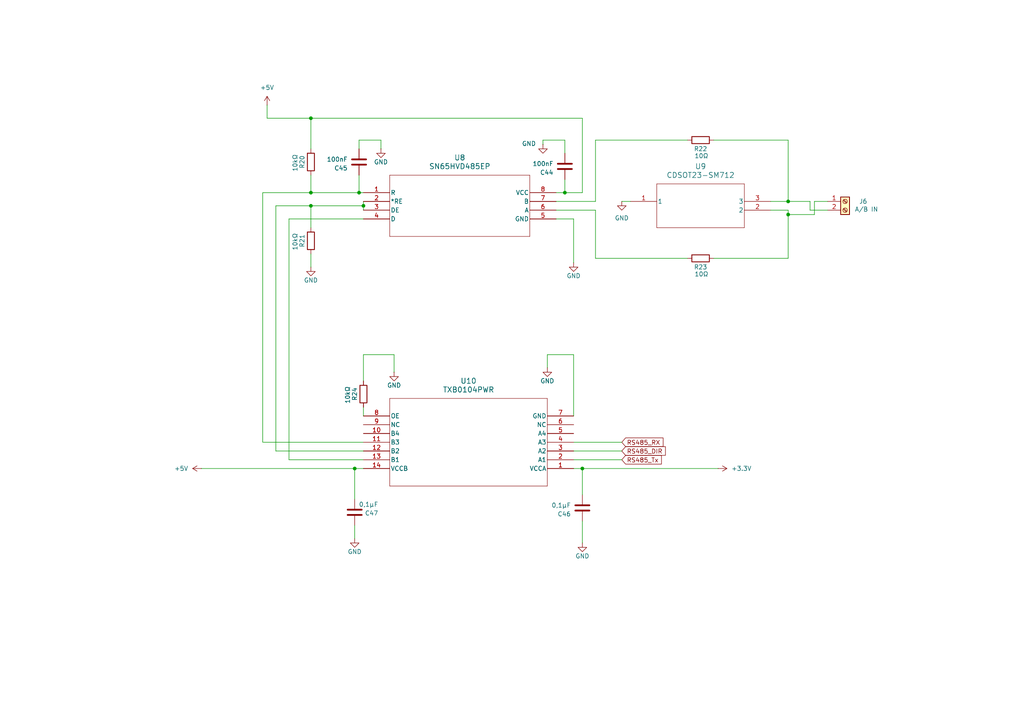
<source format=kicad_sch>
(kicad_sch (version 20231120) (generator "eeschema") (generator_version "8.0")
  (paper "A4")
  (lib_symbols
    (symbol "CDSOT23-SM712:CDSOT23-SM712" (pin_names (offset 0.254))
      (property "Reference" "U" (at 20.32 10.16 0))
      (property "Value" "CDSOT23-SM712" (at 20.32 7.62 0))
      (symbol "CDSOT23-SM712_0_1"
        (polyline (pts (xy 7.62 -7.62) (xy 33.02 -7.62)) (stroke (width 0.127)))
        (polyline (pts (xy 7.62 5.08) (xy 7.62 -7.62)) (stroke (width 0.127)))
        (polyline (pts (xy 33.02 -7.62) (xy 33.02 5.08)) (stroke (width 0.127)))
        (polyline (pts (xy 33.02 5.08) (xy 7.62 5.08)) (stroke (width 0.127)))
        (pin unspecified line (at 0 0 0) (length 7.62) (name "1") (number "1"))
        (pin unspecified line (at 40.64 -2.54 180) (length 7.62) (name "2") (number "2"))
        (pin unspecified line (at 40.64 0 180) (length 7.62) (name "3") (number "3"))
      )
    )
    (symbol "Connector:Screw_Terminal_01x02" (pin_names (offset 1.016) hide)
      (property "Reference" "J" (at 0 2.54 0))
      (property "Value" "Screw_Terminal_01x02" (at 0 -5.08 0))
      (symbol "Screw_Terminal_01x02_1_1"
        (rectangle (start -1.27 1.27) (end 1.27 -3.81) (stroke (width 0.254)) (fill (type background)))
        (circle (center 0 -2.54) (radius 0.635) (stroke (width 0.1524)))
        (polyline (pts (xy -0.5334 -2.2098) (xy 0.3302 -3.048)) (stroke (width 0.1524)))
        (polyline (pts (xy -0.5334 0.3302) (xy 0.3302 -0.508)) (stroke (width 0.1524)))
        (polyline (pts (xy -0.3556 -2.032) (xy 0.508 -2.8702)) (stroke (width 0.1524)))
        (polyline (pts (xy -0.3556 0.508) (xy 0.508 -0.3302)) (stroke (width 0.1524)))
        (circle (center 0 0) (radius 0.635) (stroke (width 0.1524)))
        (pin passive line (at -5.08 0 0) (length 3.81) (name "Pin_1") (number "1"))
        (pin passive line (at -5.08 -2.54 0) (length 3.81) (name "Pin_2") (number "2"))
      )
    )
    (symbol "Device:C" (pin_numbers hide) (pin_names (offset 0.254))
      (property "Reference" "C" (at 0.635 2.54 0))
      (property "Value" "C" (at 0.635 -2.54 0))
      (symbol "C_0_1"
        (polyline (pts (xy -2.032 -0.762) (xy 2.032 -0.762)) (stroke (width 0.508)))
        (polyline (pts (xy -2.032 0.762) (xy 2.032 0.762)) (stroke (width 0.508)))
      )
      (symbol "C_1_1"
        (pin passive line (at 0 3.81 270) (length 2.794) (name "~") (number "1"))
        (pin passive line (at 0 -3.81 90) (length 2.794) (name "~") (number "2"))
      )
    )
    (symbol "Device:R" (pin_numbers hide) (pin_names (offset 0))
      (property "Reference" "R" (at 2.032 0 90))
      (property "Value" "R" (at 0 0 90))
      (symbol "R_0_1"
        (rectangle (start -1.016 -2.54) (end 1.016 2.54) (stroke (width 0.254)))
      )
      (symbol "R_1_1"
        (pin passive line (at 0 3.81 270) (length 1.27) (name "~") (number "1"))
        (pin passive line (at 0 -3.81 90) (length 1.27) (name "~") (number "2"))
      )
    )
    (symbol "SN65HVD485EP:SN65HVD485EP" (pin_names (offset 0.254))
      (property "Reference" "U" (at 27.94 10.16 0))
      (property "Value" "SN65HVD485EP" (at 27.94 7.62 0))
      (symbol "SN65HVD485EP_0_1"
        (polyline (pts (xy 7.62 -12.7) (xy 48.26 -12.7)) (stroke (width 0.127)))
        (polyline (pts (xy 7.62 5.08) (xy 7.62 -12.7)) (stroke (width 0.127)))
        (polyline (pts (xy 48.26 -12.7) (xy 48.26 5.08)) (stroke (width 0.127)))
        (polyline (pts (xy 48.26 5.08) (xy 7.62 5.08)) (stroke (width 0.127)))
        (pin output line (at 0 0 0) (length 7.62) (name "R") (number "1"))
        (pin unspecified line (at 0 -2.54 0) (length 7.62) (name "*RE") (number "2"))
        (pin unspecified line (at 0 -5.08 0) (length 7.62) (name "DE") (number "3"))
        (pin input line (at 0 -7.62 0) (length 7.62) (name "D") (number "4"))
        (pin power_in line (at 55.88 -7.62 180) (length 7.62) (name "GND") (number "5"))
        (pin output line (at 55.88 -5.08 180) (length 7.62) (name "A") (number "6"))
        (pin output line (at 55.88 -2.54 180) (length 7.62) (name "B") (number "7"))
        (pin power_in line (at 55.88 0 180) (length 7.62) (name "VCC") (number "8"))
      )
    )
    (symbol "TXB0104PWR:TXB0104PWR" (pin_names (offset 0.254))
      (property "Reference" "U" (at 30.48 10.16 0))
      (property "Value" "TXB0104PWR" (at 30.48 7.62 0))
      (symbol "TXB0104PWR_0_1"
        (polyline (pts (xy 7.62 -20.32) (xy 53.34 -20.32)) (stroke (width 0.127)))
        (polyline (pts (xy 7.62 5.08) (xy 7.62 -20.32)) (stroke (width 0.127)))
        (polyline (pts (xy 53.34 -20.32) (xy 53.34 5.08)) (stroke (width 0.127)))
        (polyline (pts (xy 53.34 5.08) (xy 7.62 5.08)) (stroke (width 0.127)))
        (pin power_in line (at 0 0 0) (length 7.62) (name "VCCA") (number "1"))
        (pin bidirectional line (at 60.96 -10.16 180) (length 7.62) (name "B4") (number "10"))
        (pin bidirectional line (at 60.96 -7.62 180) (length 7.62) (name "B3") (number "11"))
        (pin bidirectional line (at 60.96 -5.08 180) (length 7.62) (name "B2") (number "12"))
        (pin bidirectional line (at 60.96 -2.54 180) (length 7.62) (name "B1") (number "13"))
        (pin power_in line (at 60.96 0 180) (length 7.62) (name "VCCB") (number "14"))
        (pin bidirectional line (at 0 -2.54 0) (length 7.62) (name "A1") (number "2"))
        (pin bidirectional line (at 0 -5.08 0) (length 7.62) (name "A2") (number "3"))
        (pin bidirectional line (at 0 -7.62 0) (length 7.62) (name "A3") (number "4"))
        (pin bidirectional line (at 0 -10.16 0) (length 7.62) (name "A4") (number "5"))
        (pin unspecified line (at 0 -12.7 0) (length 7.62) (name "NC") (number "6"))
        (pin power_in line (at 0 -15.24 0) (length 7.62) (name "GND") (number "7"))
        (pin output line (at 60.96 -15.24 180) (length 7.62) (name "OE") (number "8"))
        (pin unspecified line (at 60.96 -12.7 180) (length 7.62) (name "NC") (number "9"))
      )
    )
    (symbol "power:+3.3V" (power) (pin_numbers hide) (pin_names (offset 0) hide)
      (property "Value" "+3.3V" (at 0 3.556 0))
      (symbol "+3.3V_0_1"
        (polyline (pts (xy -0.762 1.27) (xy 0 2.54)))
        (polyline (pts (xy 0 0) (xy 0 2.54)))
        (polyline (pts (xy 0 2.54) (xy 0.762 1.27)))
      )
      (symbol "+3.3V_1_1"
        (pin power_in line (at 0 0 90) (length 0) (name "~") (number "1"))
      )
    )
    (symbol "power:+5V" (power) (pin_numbers hide) (pin_names (offset 0) hide)
      (property "Value" "+5V" (at 0 3.556 0))
      (symbol "+5V_0_1"
        (polyline (pts (xy -0.762 1.27) (xy 0 2.54)))
        (polyline (pts (xy 0 0) (xy 0 2.54)))
        (polyline (pts (xy 0 2.54) (xy 0.762 1.27)))
      )
      (symbol "+5V_1_1"
        (pin power_in line (at 0 0 90) (length 0) (name "~") (number "1"))
      )
    )
    (symbol "power:GND" (power) (pin_numbers hide) (pin_names (offset 0) hide)
      (property "Value" "GND" (at 0 -3.81 0))
      (symbol "GND_0_1"
        (polyline (pts (xy 0 0) (xy 0 -1.27) (xy 1.27 -1.27) (xy 0 -2.54) (xy -1.27 -1.27) (xy 0 -1.27)))
      )
      (symbol "GND_1_1"
        (pin power_in line (at 0 0 270) (length 0) (name "~") (number "1"))
      )
    )
  )
  (junction (at 90.17 34.29))
  (junction (at 104.14 55.88))
  (junction (at 228.6 58.42))
  (junction (at 90.17 55.88))
  (junction (at 102.87 135.89))
  (junction (at 228.6 62.23))
  (junction (at 90.17 59.69))
  (junction (at 163.83 55.88))
  (junction (at 168.91 135.89))
  (junction (at 105.41 59.69))
  (wire (pts (xy 172.72 40.64) (xy 199.39 40.64)))
  (wire (pts (xy 158.75 102.87) (xy 166.37 102.87)))
  (wire (pts (xy 166.37 130.81) (xy 180.34 130.81)))
  (wire (pts (xy 234.95 60.96) (xy 234.95 58.42)))
  (wire (pts (xy 168.91 55.88) (xy 168.91 34.29)))
  (wire (pts (xy 90.17 59.69) (xy 105.41 59.69)))
  (wire (pts (xy 168.91 135.89) (xy 168.91 143.51)))
  (wire (pts (xy 90.17 73.66) (xy 90.17 77.47)))
  (wire (pts (xy 105.41 59.69) (xy 105.41 60.96)))
  (wire (pts (xy 161.29 60.96) (xy 172.72 60.96)))
  (wire (pts (xy 105.41 102.87) (xy 114.3 102.87)))
  (wire (pts (xy 168.91 151.13) (xy 168.91 157.48)))
  (wire (pts (xy 166.37 102.87) (xy 166.37 120.65)))
  (wire (pts (xy 236.22 58.42) (xy 236.22 62.23)))
  (wire (pts (xy 80.01 130.81) (xy 105.41 130.81)))
  (wire (pts (xy 228.6 58.42) (xy 228.6 40.64)))
  (wire (pts (xy 77.47 34.29) (xy 90.17 34.29)))
  (wire (pts (xy 105.41 120.65) (xy 105.41 118.11)))
  (wire (pts (xy 83.82 133.35) (xy 105.41 133.35)))
  (wire (pts (xy 58.42 135.89) (xy 102.87 135.89)))
  (wire (pts (xy 172.72 60.96) (xy 172.72 74.93)))
  (wire (pts (xy 102.87 152.4) (xy 102.87 156.21)))
  (wire (pts (xy 166.37 128.27) (xy 180.34 128.27)))
  (wire (pts (xy 105.41 58.42) (xy 105.41 59.69)))
  (wire (pts (xy 234.95 58.42) (xy 228.6 58.42)))
  (wire (pts (xy 163.83 40.64) (xy 157.48 40.64)))
  (wire (pts (xy 104.14 50.8) (xy 104.14 55.88)))
  (wire (pts (xy 90.17 59.69) (xy 90.17 66.04)))
  (wire (pts (xy 228.6 40.64) (xy 207.01 40.64)))
  (wire (pts (xy 83.82 63.5) (xy 83.82 133.35)))
  (wire (pts (xy 114.3 102.87) (xy 114.3 107.95)))
  (wire (pts (xy 161.29 63.5) (xy 166.37 63.5)))
  (wire (pts (xy 172.72 58.42) (xy 172.72 40.64)))
  (wire (pts (xy 166.37 135.89) (xy 168.91 135.89)))
  (wire (pts (xy 223.52 58.42) (xy 228.6 58.42)))
  (wire (pts (xy 90.17 34.29) (xy 168.91 34.29)))
  (wire (pts (xy 163.83 52.07) (xy 163.83 55.88)))
  (wire (pts (xy 228.6 62.23) (xy 228.6 60.96)))
  (wire (pts (xy 163.83 44.45) (xy 163.83 40.64)))
  (wire (pts (xy 207.01 74.93) (xy 228.6 74.93)))
  (wire (pts (xy 90.17 34.29) (xy 90.17 43.18)))
  (wire (pts (xy 158.75 102.87) (xy 158.75 106.68)))
  (wire (pts (xy 102.87 135.89) (xy 105.41 135.89)))
  (wire (pts (xy 228.6 62.23) (xy 236.22 62.23)))
  (wire (pts (xy 157.48 40.64) (xy 157.48 41.91)))
  (wire (pts (xy 76.2 55.88) (xy 76.2 128.27)))
  (wire (pts (xy 166.37 63.5) (xy 166.37 76.2)))
  (wire (pts (xy 180.34 58.42) (xy 182.88 58.42)))
  (wire (pts (xy 166.37 133.35) (xy 180.34 133.35)))
  (wire (pts (xy 172.72 74.93) (xy 199.39 74.93)))
  (wire (pts (xy 240.03 58.42) (xy 236.22 58.42)))
  (wire (pts (xy 80.01 59.69) (xy 80.01 130.81)))
  (wire (pts (xy 105.41 110.49) (xy 105.41 102.87)))
  (wire (pts (xy 228.6 60.96) (xy 223.52 60.96)))
  (wire (pts (xy 228.6 74.93) (xy 228.6 62.23)))
  (wire (pts (xy 76.2 55.88) (xy 90.17 55.88)))
  (wire (pts (xy 77.47 34.29) (xy 77.47 30.48)))
  (wire (pts (xy 102.87 144.78) (xy 102.87 135.89)))
  (wire (pts (xy 83.82 63.5) (xy 105.41 63.5)))
  (wire (pts (xy 161.29 58.42) (xy 172.72 58.42)))
  (wire (pts (xy 163.83 55.88) (xy 168.91 55.88)))
  (wire (pts (xy 104.14 43.18) (xy 104.14 40.64)))
  (wire (pts (xy 110.49 40.64) (xy 110.49 43.18)))
  (wire (pts (xy 104.14 55.88) (xy 105.41 55.88)))
  (wire (pts (xy 90.17 55.88) (xy 104.14 55.88)))
  (wire (pts (xy 240.03 60.96) (xy 234.95 60.96)))
  (wire (pts (xy 161.29 55.88) (xy 163.83 55.88)))
  (wire (pts (xy 90.17 50.8) (xy 90.17 55.88)))
  (wire (pts (xy 76.2 128.27) (xy 105.41 128.27)))
  (wire (pts (xy 80.01 59.69) (xy 90.17 59.69)))
  (wire (pts (xy 104.14 40.64) (xy 110.49 40.64)))
  (wire (pts (xy 168.91 135.89) (xy 208.28 135.89)))
  (global_label "RS485_RX" (shape input) (at 180.34 128.27 0) (property "Intersheetrefs" "${INTERSHEET_REFS}" (effects (hide yes))))
  (global_label "RS485_DIR" (shape input) (at 180.34 130.81 0) (property "Intersheetrefs" "${INTERSHEET_REFS}" (effects (hide yes))))
  (global_label "RS485_Tx" (shape input) (at 180.34 133.35 0) (property "Intersheetrefs" "${INTERSHEET_REFS}" (effects (hide yes))))
  (symbol (lib_id "power:GND") (at 168.91 157.48 0) (unit 1)
    (property "Reference" "#PWR068" (effects (hide yes)))
    (property "Value" "GND" (at 168.91 161.29 0))
    (property "Description" "Power symbol creates a global label with name \"GND\" , ground" (effects (hide yes)))
  )
  (symbol (lib_id "power:GND") (at 102.87 156.21 0) (unit 1)
    (property "Reference" "#PWR069" (effects (hide yes)))
    (property "Value" "GND" (at 102.87 160.02 0))
    (property "Description" "Power symbol creates a global label with name \"GND\" , ground" (effects (hide yes)))
  )
  (symbol (lib_id "SN65HVD485EP:SN65HVD485EP") (at 105.41 55.88 0) (unit 1)
    (property "Reference" "U8" (at 133.35 45.72 0) (effects (font (size 1.524 1.524))))
    (property "Value" "SN65HVD485EP" (at 133.35 48.26 0) (effects (font (size 1.524 1.524))))
    (property "Footprint" "SN65HVD485EP:P8" (effects (hide yes)))
    (property "Datasheet" "SN65HVD485EP" (effects (hide yes)))
  )
  (symbol (lib_id "Device:C") (at 163.83 48.26 180) (unit 1)
    (property "Reference" "C44" (at 160.528 50.038 0) (effects (justify left)))
    (property "Value" "100nF" (at 160.528 47.498 0) (effects (justify left)))
    (property "Footprint" "Capacitor_SMD:C_0805_2012Metric_Pad1.18x1.45mm_HandSolder" (effects (hide yes)))
    (property "Description" "Unpolarized capacitor" (effects (hide yes)))
  )
  (symbol (lib_id "Device:R") (at 90.17 69.85 180) (unit 1)
    (property "Reference" "R21" (at 87.63 69.85 90))
    (property "Value" "10kΩ" (at 85.598 70.104 90))
    (property "Footprint" "Resistor_SMD:R_0805_2012Metric_Pad1.20x1.40mm_HandSolder" (effects (hide yes)))
    (property "Description" "Resistor" (effects (hide yes)))
  )
  (symbol (lib_id "Device:R") (at 203.2 40.64 270) (unit 1)
    (property "Reference" "R22" (at 203.2 43.18 90))
    (property "Value" "10Ω" (at 203.454 45.212 90))
    (property "Footprint" "Resistor_SMD:R_0805_2012Metric_Pad1.20x1.40mm_HandSolder" (effects (hide yes)))
    (property "Description" "Resistor" (effects (hide yes)))
  )
  (symbol (lib_id "Connector:Screw_Terminal_01x02") (at 245.11 58.42 0) (unit 1)
    (property "Reference" "J6" (at 249.174 58.42 0) (effects (justify left)))
    (property "Value" "A/B IN" (at 247.904 60.706 0) (effects (justify left)))
    (property "Footprint" "TerminalBlock_Phoenix:TerminalBlock_Phoenix_MKDS-1,5-2_1x02_P5.00mm_Horizontal" (effects (hide yes)))
    (property "Description" "Generic screw terminal, single row, 01x02, script generated (kicad-library-utils/schlib/autogen/connector/)" (effects (hide yes)))
  )
  (symbol (lib_id "power:+5V") (at 77.47 30.48 0) (unit 1)
    (property "Reference" "#PWR062" (effects (hide yes)))
    (property "Value" "+5V" (at 77.47 25.4 0))
    (property "Description" "Power symbol creates a global label with name \"+5V\"" (effects (hide yes)))
  )
  (symbol (lib_id "TXB0104PWR:TXB0104PWR") (at 166.37 135.89 180) (unit 1)
    (property "Reference" "U10" (at 135.89 110.49 0) (effects (font (size 1.524 1.524))))
    (property "Value" "TXB0104PWR" (at 135.89 113.03 0) (effects (font (size 1.524 1.524))))
    (property "Footprint" "TXB0104PWR:PW14" (effects (hide yes)))
    (property "Datasheet" "TXB0104PWR" (effects (hide yes)))
  )
  (symbol (lib_id "Device:R") (at 203.2 74.93 270) (unit 1)
    (property "Reference" "R23" (at 203.2 77.47 90))
    (property "Value" "10Ω" (at 203.454 79.502 90))
    (property "Footprint" "Resistor_SMD:R_0805_2012Metric_Pad1.20x1.40mm_HandSolder" (effects (hide yes)))
    (property "Description" "Resistor" (effects (hide yes)))
  )
  (symbol (lib_id "power:GND") (at 166.37 76.2 0) (unit 1)
    (property "Reference" "#PWR064" (effects (hide yes)))
    (property "Value" "GND" (at 166.37 80.01 0))
    (property "Description" "Power symbol creates a global label with name \"GND\" , ground" (effects (hide yes)))
  )
  (symbol (lib_id "power:GND") (at 180.34 58.42 0) (unit 1)
    (property "Reference" "#PWR065" (effects (hide yes)))
    (property "Value" "GND" (at 180.34 63.246 0))
    (property "Description" "Power symbol creates a global label with name \"GND\" , ground" (effects (hide yes)))
  )
  (symbol (lib_id "power:GND") (at 90.17 77.47 0) (unit 1)
    (property "Reference" "#PWR063" (effects (hide yes)))
    (property "Value" "GND" (at 90.17 81.28 0))
    (property "Description" "Power symbol creates a global label with name \"GND\" , ground" (effects (hide yes)))
  )
  (symbol (lib_id "Device:R") (at 90.17 46.99 180) (unit 1)
    (property "Reference" "R20" (at 87.63 46.99 90))
    (property "Value" "10kΩ" (at 85.598 47.244 90))
    (property "Footprint" "Resistor_SMD:R_0805_2012Metric_Pad1.20x1.40mm_HandSolder" (effects (hide yes)))
    (property "Description" "Resistor" (effects (hide yes)))
  )
  (symbol (lib_id "power:+5V") (at 58.42 135.89 90) (unit 1)
    (property "Reference" "#PWR066" (effects (hide yes)))
    (property "Value" "+5V" (at 54.61 135.8899 90) (effects (justify left)))
    (property "Description" "Power symbol creates a global label with name \"+5V\"" (effects (hide yes)))
  )
  (symbol (lib_id "Device:C") (at 102.87 148.59 180) (unit 1)
    (property "Reference" "C47" (at 109.728 148.844 0) (effects (justify left)))
    (property "Value" "0,1µF" (at 109.728 146.304 0) (effects (justify left)))
    (property "Footprint" "Capacitor_SMD:C_0805_2012Metric_Pad1.18x1.45mm_HandSolder" (effects (hide yes)))
    (property "Description" "Unpolarized capacitor" (effects (hide yes)))
  )
  (symbol (lib_id "power:GND") (at 110.49 43.18 0) (unit 1)
    (property "Reference" "#PWR060" (effects (hide yes)))
    (property "Value" "GND" (at 110.49 46.99 0))
    (property "Description" "Power symbol creates a global label with name \"GND\" , ground" (effects (hide yes)))
  )
  (symbol (lib_id "power:GND") (at 158.75 106.68 0) (unit 1)
    (property "Reference" "#PWR070" (effects (hide yes)))
    (property "Value" "GND" (at 158.75 110.49 0))
    (property "Description" "Power symbol creates a global label with name \"GND\" , ground" (effects (hide yes)))
  )
  (symbol (lib_id "Device:C") (at 104.14 46.99 180) (unit 1)
    (property "Reference" "C45" (at 100.838 48.768 0) (effects (justify left)))
    (property "Value" "100nF" (at 100.838 46.228 0) (effects (justify left)))
    (property "Footprint" "Capacitor_SMD:C_0805_2012Metric_Pad1.18x1.45mm_HandSolder" (effects (hide yes)))
    (property "Description" "Unpolarized capacitor" (effects (hide yes)))
  )
  (symbol (lib_id "power:GND") (at 157.48 41.91 0) (unit 1)
    (property "Reference" "#PWR061" (effects (hide yes)))
    (property "Value" "GND" (at 153.416 41.656 0))
    (property "Description" "Power symbol creates a global label with name \"GND\" , ground" (effects (hide yes)))
  )
  (symbol (lib_id "CDSOT23-SM712:CDSOT23-SM712") (at 182.88 58.42 0) (unit 1)
    (property "Reference" "U9" (at 203.2 48.26 0) (effects (font (size 1.524 1.524))))
    (property "Value" "CDSOT23-SM712" (at 203.2 50.8 0) (effects (font (size 1.524 1.524))))
    (property "Footprint" "CDSOT23-SM712:SOT_SM712" (effects (hide yes)))
    (property "Datasheet" "CDSOT23-SM712" (effects (hide yes)))
  )
  (symbol (lib_id "Device:R") (at 105.41 114.3 180) (unit 1)
    (property "Reference" "R24" (at 102.87 114.3 90))
    (property "Value" "10kΩ" (at 100.838 114.554 90))
    (property "Footprint" "Resistor_SMD:R_0805_2012Metric_Pad1.20x1.40mm_HandSolder" (effects (hide yes)))
    (property "Description" "Resistor" (effects (hide yes)))
  )
  (symbol (lib_id "power:GND") (at 114.3 107.95 0) (unit 1)
    (property "Reference" "#PWR071" (effects (hide yes)))
    (property "Value" "GND" (at 114.3 111.76 0))
    (property "Description" "Power symbol creates a global label with name \"GND\" , ground" (effects (hide yes)))
  )
  (symbol (lib_id "power:+3.3V") (at 208.28 135.89 270) (unit 1)
    (property "Reference" "#PWR067" (effects (hide yes)))
    (property "Value" "+3.3V" (at 212.09 135.8899 90) (effects (justify left)))
    (property "Description" "Power symbol creates a global label with name \"+3.3V\"" (effects (hide yes)))
  )
  (symbol (lib_id "Device:C") (at 168.91 147.32 180) (unit 1)
    (property "Reference" "C46" (at 165.608 149.098 0) (effects (justify left)))
    (property "Value" "0,1µF" (at 165.608 146.558 0) (effects (justify left)))
    (property "Footprint" "Capacitor_SMD:C_0805_2012Metric_Pad1.18x1.45mm_HandSolder" (effects (hide yes)))
    (property "Description" "Unpolarized capacitor" (effects (hide yes)))
  )
)
</source>
